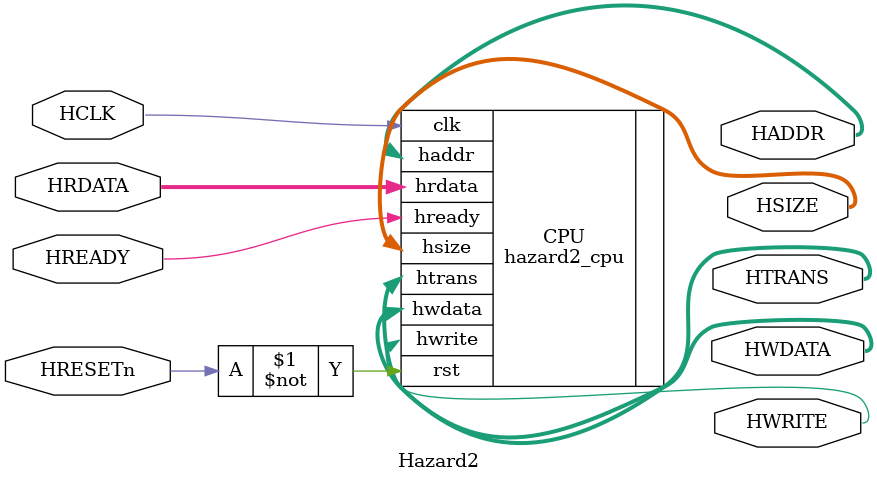
<source format=v>
module Hazard2 (
    input   wire        HCLK,
    input   wire        HRESETn,

    output  wire [31:0] HADDR,
    output  wire [1:0]  HTRANS,
    output  wire [2:0] 	HSIZE,
    output  wire        HWRITE,
    output  wire [31:0] HWDATA,
    input   wire        HREADY,
    input   wire [31:0] HRDATA
);

    hazard2_cpu CPU (
        .clk(HCLK), 
        .rst(~HRESETn),

        .hwrite(HWRITE), 
        .hsize(HSIZE), 
        .haddr(HADDR), 
        .hwdata(HWDATA), 
        .hrdata(HRDATA), 
        .hready(HREADY),  
        .htrans(HTRANS)
    );

endmodule
</source>
